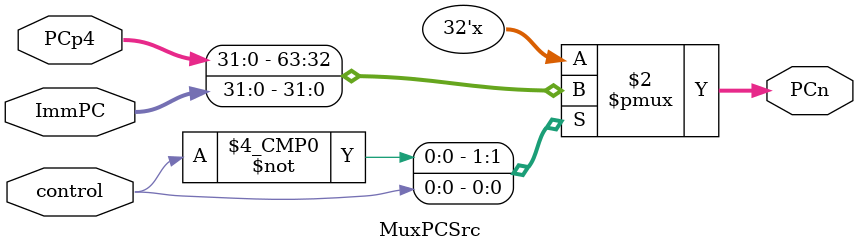
<source format=sv>
module MuxPCSrc (
	input control, 
	input [31:0] ImmPC,
	input [31:0] PCp4,
	output [31:0] PCn
);

	always @(*)begin
		case(control)
			1'b0: PCn = PCp4;
			1'b1: PCn = ImmPC;
			default: PCn = 0;
		endcase
	end
	
endmodule

</source>
